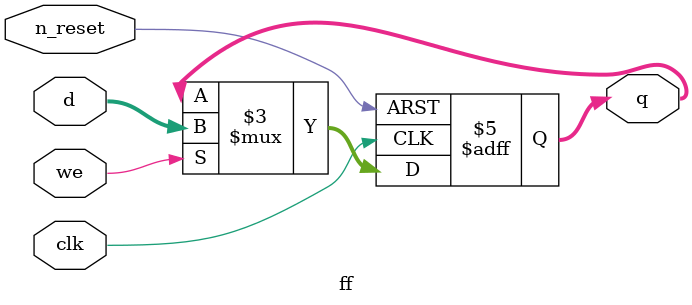
<source format=v>
`timescale 1ns/10ps

module ff #(parameter WIDTH = 8) (
    input clk,
    input n_reset,
    input we,
    input [WIDTH-1:0] d,

    output reg [WIDTH-1:0] q
);

always @(posedge clk, negedge n_reset) begin
    if (n_reset == 1'b0)
        q <= {WIDTH{1'b0}};
    else if (we)
        q <= d;
end

endmodule

</source>
